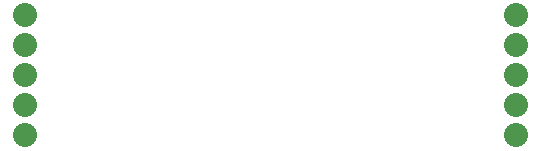
<source format=gbs>
%TF.GenerationSoftware,KiCad,Pcbnew,8.0.0*%
%TF.CreationDate,2024-04-03T20:27:00-04:00*%
%TF.ProjectId,myPowerBoardDesign,6d79506f-7765-4724-926f-617264446573,rev?*%
%TF.SameCoordinates,Original*%
%TF.FileFunction,Soldermask,Bot*%
%TF.FilePolarity,Negative*%
%FSLAX46Y46*%
G04 Gerber Fmt 4.6, Leading zero omitted, Abs format (unit mm)*
G04 Created by KiCad (PCBNEW 8.0.0) date 2024-04-03 20:27:00*
%MOMM*%
%LPD*%
G01*
G04 APERTURE LIST*
%ADD10C,2.032000*%
G04 APERTURE END LIST*
D10*
%TO.C,J1*%
X48670000Y-44110000D03*
X48670000Y-46650000D03*
X48670000Y-49190000D03*
X48670000Y-51730000D03*
X48670000Y-54270000D03*
X90285000Y-54270000D03*
X90285000Y-51730000D03*
X90285000Y-49190000D03*
X90285000Y-46650000D03*
X90285000Y-44110000D03*
%TD*%
M02*

</source>
